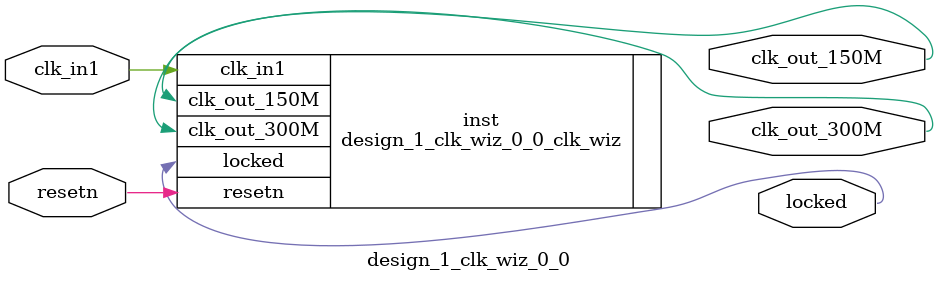
<source format=v>


`timescale 1ps/1ps

(* CORE_GENERATION_INFO = "design_1_clk_wiz_0_0,clk_wiz_v6_0_11_0_0,{component_name=design_1_clk_wiz_0_0,use_phase_alignment=true,use_min_o_jitter=false,use_max_i_jitter=false,use_dyn_phase_shift=false,use_inclk_switchover=false,use_dyn_reconfig=false,enable_axi=0,feedback_source=FDBK_AUTO,PRIMITIVE=MMCM,num_out_clk=2,clkin1_period=33.333,clkin2_period=10.0,use_power_down=false,use_reset=true,use_locked=true,use_inclk_stopped=false,feedback_type=SINGLE,CLOCK_MGR_TYPE=NA,manual_override=false}" *)

module design_1_clk_wiz_0_0 
 (
  // Clock out ports
  output        clk_out_150M,
  output        clk_out_300M,
  // Status and control signals
  input         resetn,
  output        locked,
 // Clock in ports
  input         clk_in1
 );

  design_1_clk_wiz_0_0_clk_wiz inst
  (
  // Clock out ports  
  .clk_out_150M(clk_out_150M),
  .clk_out_300M(clk_out_300M),
  // Status and control signals               
  .resetn(resetn), 
  .locked(locked),
 // Clock in ports
  .clk_in1(clk_in1)
  );

endmodule

</source>
